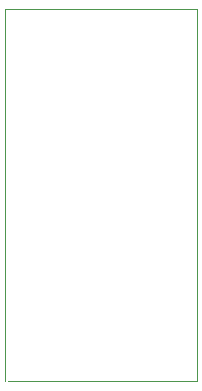
<source format=gbr>
%TF.GenerationSoftware,KiCad,Pcbnew,9.0.2-9.0.2-0~ubuntu24.04.1*%
%TF.CreationDate,2025-05-26T11:18:30+09:00*%
%TF.ProjectId,LevelShifter,4c657665-6c53-4686-9966-7465722e6b69,rev?*%
%TF.SameCoordinates,Original*%
%TF.FileFunction,Profile,NP*%
%FSLAX46Y46*%
G04 Gerber Fmt 4.6, Leading zero omitted, Abs format (unit mm)*
G04 Created by KiCad (PCBNEW 9.0.2-9.0.2-0~ubuntu24.04.1) date 2025-05-26 11:18:30*
%MOMM*%
%LPD*%
G01*
G04 APERTURE LIST*
%TA.AperFunction,Profile*%
%ADD10C,0.050000*%
%TD*%
G04 APERTURE END LIST*
D10*
X155448000Y-141478000D02*
X139446000Y-141478000D01*
X155448000Y-109982000D02*
X155448000Y-141478000D01*
X139192000Y-109982000D02*
X155448000Y-109982000D01*
X139192000Y-141478000D02*
X139192000Y-109982000D01*
M02*

</source>
